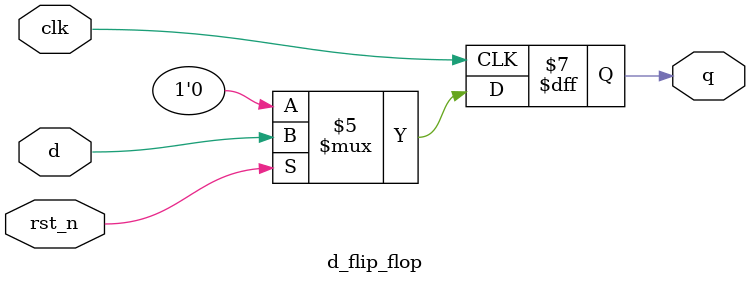
<source format=v>
`timescale 1ns/1ns
module d_flip_flop(d, clk, q, rst_n);
  input wire d, clk, rst_n;
  output reg q;

  reg reset;

  initial begin
    q = 1'b0;
  end

  always @(posedge clk) begin
    reset = ~rst_n;
    $display("dff: posedge clk");
        if (reset) begin
            $display("dff in reset");
            q <= 1'b0;
        end else begin
            $display("dff setting %b <= %b: ", q, d);
            q <= d;
        end
    end 
endmodule

</source>
